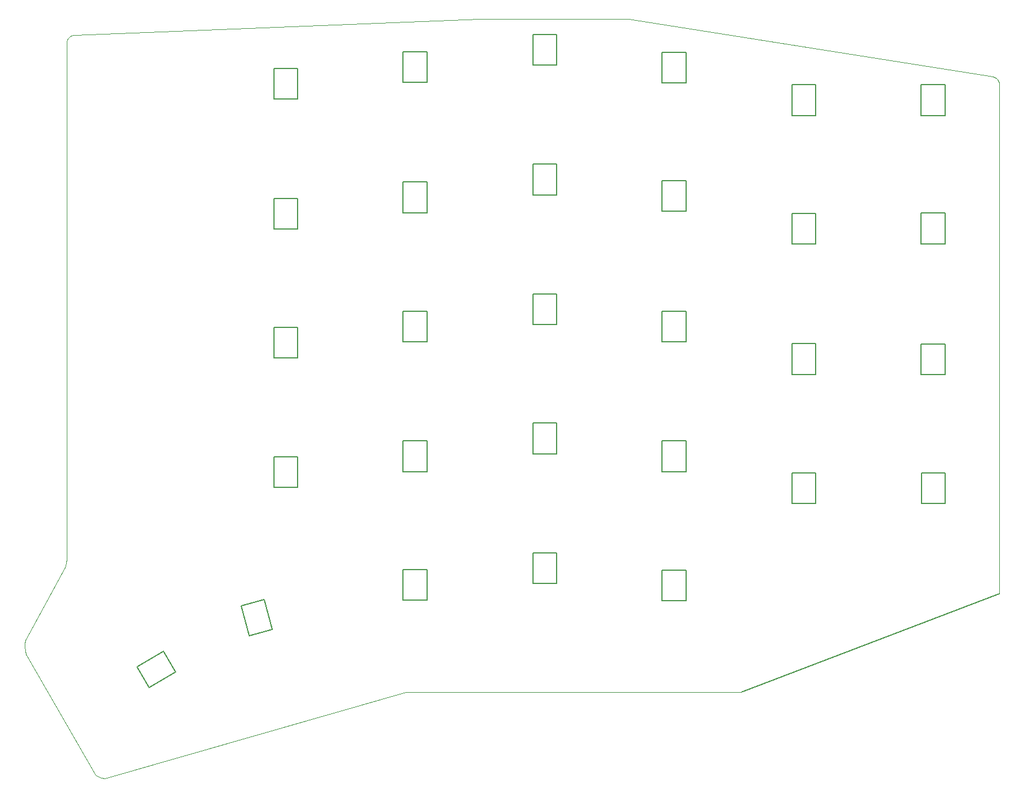
<source format=gm1>
G04 #@! TF.GenerationSoftware,KiCad,Pcbnew,8.0.4*
G04 #@! TF.CreationDate,2024-08-04T16:07:20+05:30*
G04 #@! TF.ProjectId,SofleKeyboard,536f666c-654b-4657-9962-6f6172642e6b,rev?*
G04 #@! TF.SameCoordinates,Original*
G04 #@! TF.FileFunction,Profile,NP*
%FSLAX46Y46*%
G04 Gerber Fmt 4.6, Leading zero omitted, Abs format (unit mm)*
G04 Created by KiCad (PCBNEW 8.0.4) date 2024-08-04 16:07:20*
%MOMM*%
%LPD*%
G01*
G04 APERTURE LIST*
G04 #@! TA.AperFunction,Profile*
%ADD10C,0.150000*%
G04 #@! TD*
G04 #@! TA.AperFunction,Profile*
%ADD11C,0.100000*%
G04 #@! TD*
G04 APERTURE END LIST*
D10*
X179348800Y-116035200D02*
X179348800Y-120535200D01*
X179350000Y-97050000D02*
X179350000Y-101550000D01*
X160350400Y-113536200D02*
X160350400Y-118036200D01*
X194950000Y-82750000D02*
X198450000Y-82750000D01*
X141250400Y-120449200D02*
X137750400Y-120449200D01*
X160350000Y-98930800D02*
X156850000Y-98930800D01*
X118750000Y-99350000D02*
X122250000Y-99350000D01*
X137750400Y-115949200D02*
X141250400Y-115949200D01*
X156850000Y-75456200D02*
X160350000Y-75456200D01*
X194950000Y-101750000D02*
X198450000Y-101750000D01*
X156850000Y-79956200D02*
X156850000Y-75456200D01*
X137750400Y-120449200D02*
X137750400Y-115949200D01*
X118750000Y-103850000D02*
X118750000Y-99350000D01*
X137750000Y-97050000D02*
X141250000Y-97050000D01*
X175850000Y-97050000D02*
X179350000Y-97050000D01*
X160350000Y-75456200D02*
X160350000Y-79956200D01*
X179348800Y-120535200D02*
X175848800Y-120535200D01*
X217500000Y-101726000D02*
X217500000Y-106226000D01*
X214000000Y-106226000D02*
X214000000Y-101726000D01*
X217500000Y-106226000D02*
X214000000Y-106226000D01*
X198450000Y-106250000D02*
X194950000Y-106250000D01*
X175848800Y-116035200D02*
X179348800Y-116035200D01*
X175848800Y-120535200D02*
X175848800Y-116035200D01*
X156850400Y-113536200D02*
X160350400Y-113536200D01*
X141250000Y-97050000D02*
X141250000Y-101550000D01*
X198450000Y-87250000D02*
X194950000Y-87250000D01*
X175850000Y-77950000D02*
X179350000Y-77950000D01*
X156850000Y-94430800D02*
X160350000Y-94430800D01*
X160350000Y-94430800D02*
X160350000Y-98930800D01*
X179350000Y-77950000D02*
X179350000Y-82450000D01*
X194950000Y-87250000D02*
X194950000Y-82750000D01*
X156850400Y-118036200D02*
X156850400Y-113536200D01*
X160350400Y-118036200D02*
X156850400Y-118036200D01*
X141250400Y-115949200D02*
X141250400Y-120449200D01*
X122250000Y-99350000D02*
X122250000Y-103850000D01*
X198450000Y-101750000D02*
X198450000Y-106250000D01*
X175850000Y-101550000D02*
X175850000Y-97050000D01*
X122250000Y-103850000D02*
X118750000Y-103850000D01*
X137750000Y-101550000D02*
X137750000Y-97050000D01*
X156850000Y-98930800D02*
X156850000Y-94430800D01*
X175850000Y-82450000D02*
X175850000Y-77950000D01*
X179350000Y-101550000D02*
X175850000Y-101550000D01*
X198450000Y-82750000D02*
X198450000Y-87250000D01*
X194950000Y-106250000D02*
X194950000Y-101750000D01*
X179350000Y-82450000D02*
X175850000Y-82450000D01*
X141250000Y-101550000D02*
X137750000Y-101550000D01*
D11*
X138154128Y-134000000D02*
X93900000Y-146750000D01*
D10*
X217450000Y-82789500D02*
X217450000Y-87289500D01*
D11*
X225026621Y-43695600D02*
X225168321Y-43835582D01*
D10*
X122250000Y-46750000D02*
X118750000Y-46750000D01*
X175850000Y-39850000D02*
X179350000Y-39850000D01*
X179350000Y-44350000D02*
X175850000Y-44350000D01*
X213950000Y-63526000D02*
X217450000Y-63526000D01*
X156850000Y-41730800D02*
X156850000Y-37230800D01*
D11*
X89193680Y-37348815D02*
X89425853Y-37325405D01*
X88977436Y-37415945D02*
X89193680Y-37348815D01*
X149000000Y-35000000D02*
X170950000Y-35000000D01*
D10*
X118750000Y-42250000D02*
X122250000Y-42250000D01*
X137750000Y-39748400D02*
X141250000Y-39748400D01*
X160350000Y-37230800D02*
X160350000Y-41730800D01*
X194950000Y-49150000D02*
X194950000Y-44650000D01*
X198450000Y-68050000D02*
X194950000Y-68050000D01*
X122250000Y-42250000D02*
X122250000Y-46750000D01*
X118750000Y-46750000D02*
X118750000Y-42250000D01*
X213950000Y-49151400D02*
X213950000Y-44651400D01*
X194950000Y-63550000D02*
X198450000Y-63550000D01*
X160350000Y-41730800D02*
X156850000Y-41730800D01*
X213950000Y-82789500D02*
X217450000Y-82789500D01*
X214000000Y-101726000D02*
X217500000Y-101726000D01*
X141250000Y-44248400D02*
X137750000Y-44248400D01*
X198450000Y-63550000D02*
X198450000Y-68050000D01*
X198450000Y-49150000D02*
X194950000Y-49150000D01*
D11*
X224861871Y-43581466D02*
X225026621Y-43695600D01*
D10*
X137750000Y-44248400D02*
X137750000Y-39748400D01*
X213950000Y-44651400D02*
X217450000Y-44651400D01*
D11*
X225168321Y-43835582D02*
X225283881Y-43997807D01*
D10*
X179350000Y-39850000D02*
X179350000Y-44350000D01*
X198450000Y-44650000D02*
X198450000Y-49150000D01*
X217450000Y-44651400D02*
X217450000Y-49151400D01*
X213950000Y-68026000D02*
X213950000Y-63526000D01*
X194950000Y-44650000D02*
X198450000Y-44650000D01*
X217450000Y-63526000D02*
X217450000Y-68026000D01*
D11*
X88275257Y-114400000D02*
X88273857Y-38477435D01*
D10*
X175850000Y-44350000D02*
X175850000Y-39850000D01*
X217450000Y-49151400D02*
X213950000Y-49151400D01*
X194950000Y-68050000D02*
X194950000Y-63550000D01*
X217450000Y-87289500D02*
X213950000Y-87289500D01*
X217450000Y-68026000D02*
X213950000Y-68026000D01*
X141250000Y-39748400D02*
X141250000Y-44248400D01*
X213950000Y-87289500D02*
X213950000Y-82789500D01*
X156850000Y-37230800D02*
X160350000Y-37230800D01*
X137750000Y-82450000D02*
X137750000Y-77950000D01*
X118750000Y-80350000D02*
X122250000Y-80350000D01*
X179350000Y-58748400D02*
X179350000Y-63248400D01*
X160350000Y-60830800D02*
X156850000Y-60830800D01*
X118750000Y-84850000D02*
X118750000Y-80350000D01*
X118750000Y-65850000D02*
X118750000Y-61350000D01*
X175850000Y-58748400D02*
X179350000Y-58748400D01*
X137750000Y-63450000D02*
X137750000Y-58950000D01*
X122250000Y-84850000D02*
X118750000Y-84850000D01*
X141250000Y-63450000D02*
X137750000Y-63450000D01*
X122250000Y-80350000D02*
X122250000Y-84850000D01*
X118750000Y-61350000D02*
X122250000Y-61350000D01*
X156850000Y-56330800D02*
X160350000Y-56330800D01*
X156850000Y-60830800D02*
X156850000Y-56330800D01*
X122250000Y-61350000D02*
X122250000Y-65850000D01*
X141250000Y-58950000D02*
X141250000Y-63450000D01*
X160350000Y-79956200D02*
X156850000Y-79956200D01*
X141250000Y-82450000D02*
X137750000Y-82450000D01*
X122250000Y-65850000D02*
X118750000Y-65850000D01*
X160350000Y-56330800D02*
X160350000Y-60830800D01*
X137750000Y-58950000D02*
X141250000Y-58950000D01*
X137750000Y-77950000D02*
X141250000Y-77950000D01*
X141250000Y-77950000D02*
X141250000Y-82450000D01*
X113952287Y-121332000D02*
X117333027Y-120426134D01*
X225470181Y-119500000D02*
X187500000Y-134000000D01*
D11*
X92900000Y-146500000D02*
X93350000Y-146650000D01*
D10*
X102516400Y-128048600D02*
X104266400Y-131079688D01*
X100369286Y-133329688D02*
X98619286Y-130298600D01*
D11*
X82150000Y-127900000D02*
X82100000Y-127300000D01*
X93350000Y-146650000D02*
X93900000Y-146750000D01*
D10*
X175850000Y-63248400D02*
X175850000Y-58748400D01*
D11*
X88200000Y-115050000D02*
X88000000Y-115650000D01*
D10*
X117333027Y-120426134D02*
X118497713Y-124772800D01*
X179350000Y-63248400D02*
X175850000Y-63248400D01*
D11*
X82100000Y-127300000D02*
X82100000Y-126900000D01*
D10*
X115116973Y-125678666D02*
X113952287Y-121332000D01*
D11*
X82100000Y-126900000D02*
X82200000Y-126400000D01*
X82300000Y-128400000D02*
X82150000Y-127900000D01*
X88275257Y-114400000D02*
X88200000Y-115050000D01*
X149000000Y-35000000D02*
X89425853Y-37325405D01*
X138154128Y-134000000D02*
X187500000Y-134000000D01*
X92550000Y-146200000D02*
X92900000Y-146500000D01*
D10*
X98619286Y-130298600D02*
X102516400Y-128048600D01*
X118497713Y-124772800D02*
X115116973Y-125678666D01*
X104266400Y-131079688D02*
X100369286Y-133329688D01*
D11*
X88470590Y-37833327D02*
X88611259Y-37662831D01*
X224475441Y-43445146D02*
X224677111Y-43496776D01*
X224677111Y-43496776D02*
X224861871Y-43581466D01*
X88273857Y-38477435D02*
X88297257Y-38245261D01*
X88364377Y-38029014D02*
X88470590Y-37833327D01*
X82200000Y-126400000D02*
X88000000Y-115650000D01*
X225370281Y-44178672D02*
X225424381Y-44374571D01*
X88781752Y-37522160D02*
X88977436Y-37415945D01*
X225424381Y-44374571D02*
X225443181Y-44581902D01*
X88611259Y-37662831D02*
X88781752Y-37522160D01*
X225443181Y-44581902D02*
X225470181Y-119500000D01*
X88297257Y-38245261D02*
X88364377Y-38029014D01*
X170950000Y-35000000D02*
X224475441Y-43445146D01*
X92550000Y-146200000D02*
X82300000Y-128400000D01*
X225283881Y-43997807D02*
X225370281Y-44178672D01*
M02*

</source>
